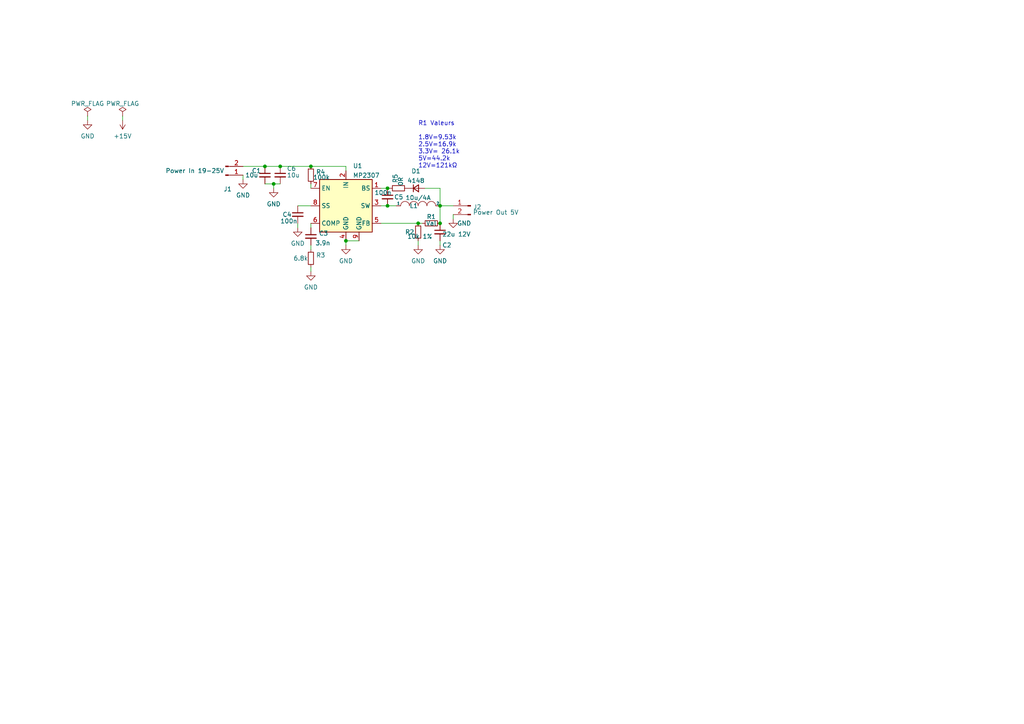
<source format=kicad_sch>
(kicad_sch (version 20230121) (generator eeschema)
  (paper "A4")
  (lib_symbols
    (symbol "Connector:Conn_01x02_Male" (pin_names (offset 1.016) hide)
      (property "Reference" "J" (at 0 2.54 0))
      (property "Value" "Conn_01x02_Male" (at 0 -5.08 0))
      (symbol "Conn_01x02_Male_1_1"
        (polyline (pts (xy 1.27 -2.54) (xy 0.8636 -2.54)) (stroke (width 0.1524)))
        (polyline (pts (xy 1.27 0) (xy 0.8636 0)) (stroke (width 0.1524)))
        (rectangle (start 0.8636 -2.413) (end 0 -2.667) (stroke (width 0.1524)) (fill (type outline)))
        (rectangle (start 0.8636 0.127) (end 0 -0.127) (stroke (width 0.1524)) (fill (type outline)))
        (pin passive line (at 5.08 0 180) (length 3.81) (name "Pin_1") (number "1"))
        (pin passive line (at 5.08 -2.54 180) (length 3.81) (name "Pin_2") (number "2"))
      )
    )
    (symbol "Device:C_Small" (pin_numbers hide) (pin_names (offset 0.254) hide)
      (property "Reference" "C" (at 0.254 1.778 0))
      (property "Value" "C_Small" (at 0.254 -2.032 0))
      (symbol "C_Small_0_1"
        (polyline (pts (xy -1.524 -0.508) (xy 1.524 -0.508)) (stroke (width 0.3302)))
        (polyline (pts (xy -1.524 0.508) (xy 1.524 0.508)) (stroke (width 0.3048)))
      )
      (symbol "C_Small_1_1"
        (pin passive line (at 0 2.54 270) (length 2.032) (name "~") (number "1"))
        (pin passive line (at 0 -2.54 90) (length 2.032) (name "~") (number "2"))
      )
    )
    (symbol "Device:D_Small" (pin_numbers hide) (pin_names (offset 0.254) hide)
      (property "Reference" "D" (at -1.27 2.032 0))
      (property "Value" "D_Small" (at -3.81 -2.032 0))
      (symbol "D_Small_0_1"
        (polyline (pts (xy -0.762 -1.016) (xy -0.762 1.016)) (stroke (width 0.254)))
        (polyline (pts (xy -0.762 0) (xy 0.762 0)))
        (polyline (pts (xy 0.762 -1.016) (xy -0.762 0) (xy 0.762 1.016) (xy 0.762 -1.016)) (stroke (width 0.254)))
      )
      (symbol "D_Small_1_1"
        (pin passive line (at -2.54 0 0) (length 1.778) (name "K") (number "1"))
        (pin passive line (at 2.54 0 180) (length 1.778) (name "A") (number "2"))
      )
    )
    (symbol "Device:R_Small" (pin_numbers hide) (pin_names (offset 0.254) hide)
      (property "Reference" "R" (at 0.762 0.508 0))
      (property "Value" "R_Small" (at 0.762 -1.016 0))
      (symbol "R_Small_0_1"
        (rectangle (start -0.762 1.778) (end 0.762 -1.778) (stroke (width 0.2032)))
      )
      (symbol "R_Small_1_1"
        (pin passive line (at 0 2.54 270) (length 0.762) (name "~") (number "1"))
        (pin passive line (at 0 -2.54 90) (length 0.762) (name "~") (number "2"))
      )
    )
    (symbol "Regulator_Switching:MP2303ADP"
      (property "Reference" "U1" (at 2.0194 11.5865 0))
      (property "Value" "MP2307" (at 2.0194 8.8114 0))
      (symbol "MP2303ADP_0_1"
        (rectangle (start -7.62 7.62) (end 7.62 -7.62) (stroke (width 0.254)) (fill (type background)))
      )
      (symbol "MP2303ADP_1_1"
        (pin passive line (at 10.16 5.08 180) (length 2.54) (name "BS") (number "1"))
        (pin power_in line (at 0 10.16 270) (length 2.54) (name "IN") (number "2"))
        (pin output line (at 10.16 0 180) (length 2.54) (name "SW") (number "3"))
        (pin power_in line (at 0 -10.16 90) (length 2.54) (name "GND") (number "4"))
        (pin input line (at 10.16 -5.08 180) (length 2.54) (name "FB") (number "5"))
        (pin passive line (at -10.16 -5.08 0) (length 2.54) (name "COMP") (number "6"))
        (pin input line (at -10.16 5.08 0) (length 2.54) (name "EN") (number "7"))
        (pin input line (at -10.16 0 0) (length 2.54) (name "SS") (number "8"))
        (pin power_in line (at 3.81 -10.16 90) (length 2.54) (name "GND") (number "9"))
      )
    )
    (symbol "power:+15V" (power) (pin_names (offset 0))
      (property "Value" "+15V" (at 0 3.556 0))
      (symbol "+15V_0_1"
        (polyline (pts (xy -0.762 1.27) (xy 0 2.54)))
        (polyline (pts (xy 0 0) (xy 0 2.54)))
        (polyline (pts (xy 0 2.54) (xy 0.762 1.27)))
      )
      (symbol "+15V_1_1"
        (pin power_in line (at 0 0 90) (length 0) hide (name "+15V") (number "1"))
      )
    )
    (symbol "power:GND" (power) (pin_names (offset 0))
      (property "Value" "GND" (at 0 -3.81 0))
      (symbol "GND_0_1"
        (polyline (pts (xy 0 0) (xy 0 -1.27) (xy 1.27 -1.27) (xy 0 -2.54) (xy -1.27 -1.27) (xy 0 -1.27)))
      )
      (symbol "GND_1_1"
        (pin power_in line (at 0 0 270) (length 0) hide (name "GND") (number "1"))
      )
    )
    (symbol "power:PWR_FLAG" (power) (pin_numbers hide) (pin_names (offset 0) hide)
      (property "Value" "PWR_FLAG" (at 0 3.81 0))
      (symbol "PWR_FLAG_0_0"
        (pin power_out line (at 0 0 90) (length 0) (name "pwr") (number "1"))
      )
      (symbol "PWR_FLAG_0_1"
        (polyline (pts (xy 0 0) (xy 0 1.27) (xy -1.016 1.905) (xy 0 2.54) (xy 1.016 1.905) (xy 0 1.27)))
      )
    )
    (symbol "pspice:INDUCTOR" (pin_numbers hide) (pin_names (offset 0))
      (property "Reference" "L" (at 0 2.54 0))
      (property "Value" "INDUCTOR" (at 0 -1.27 0))
      (symbol "INDUCTOR_0_1"
        (arc (start -2.54 0) (mid -3.81 1.2645) (end -5.08 0))
        (arc (start 0 0) (mid -1.27 1.2645) (end -2.54 0))
        (arc (start 2.54 0) (mid 1.27 1.2645) (end 0 0))
        (arc (start 5.08 0) (mid 3.81 1.2645) (end 2.54 0))
      )
      (symbol "INDUCTOR_1_1"
        (pin input line (at -6.35 0 0) (length 1.27) (name "1") (number "1"))
        (pin input line (at 6.35 0 180) (length 1.27) (name "2") (number "2"))
      )
    )
  )
  (junction (at 76.835 48.26))
  (junction (at 90.17 48.26))
  (junction (at 127.635 64.77))
  (junction (at 112.395 54.61))
  (junction (at 81.28 48.26))
  (junction (at 112.395 59.69))
  (junction (at 79.375 53.34))
  (junction (at 127.635 59.69))
  (junction (at 121.285 64.77))
  (junction (at 100.33 69.85))
  (wire (pts (xy 70.485 50.8) (xy 70.485 52.07)))
  (wire (pts (xy 131.445 62.23) (xy 131.445 63.5)))
  (wire (pts (xy 86.36 64.77) (xy 86.36 66.04)))
  (wire (pts (xy 35.56 33.655) (xy 35.56 34.925)))
  (wire (pts (xy 25.4 33.655) (xy 25.4 34.925)))
  (wire (pts (xy 79.375 53.34) (xy 81.28 53.34)))
  (wire (pts (xy 100.33 48.26) (xy 100.33 49.53)))
  (wire (pts (xy 79.375 53.34) (xy 79.375 54.61)))
  (wire (pts (xy 123.19 54.61) (xy 127.635 54.61)))
  (wire (pts (xy 121.285 69.85) (xy 121.285 71.12)))
  (wire (pts (xy 110.49 64.77) (xy 121.285 64.77)))
  (wire (pts (xy 110.49 54.61) (xy 112.395 54.61)))
  (wire (pts (xy 127.635 59.69) (xy 127.635 64.77)))
  (wire (pts (xy 110.49 59.69) (xy 112.395 59.69)))
  (wire (pts (xy 112.395 59.69) (xy 114.935 59.69)))
  (wire (pts (xy 70.485 48.26) (xy 76.835 48.26)))
  (wire (pts (xy 76.835 48.26) (xy 81.28 48.26)))
  (wire (pts (xy 112.395 54.61) (xy 113.03 54.61)))
  (wire (pts (xy 86.36 59.69) (xy 90.17 59.69)))
  (wire (pts (xy 90.17 53.34) (xy 90.17 54.61)))
  (wire (pts (xy 121.285 64.77) (xy 122.555 64.77)))
  (wire (pts (xy 127.635 69.85) (xy 127.635 71.12)))
  (wire (pts (xy 127.635 59.69) (xy 131.445 59.69)))
  (wire (pts (xy 90.17 77.47) (xy 90.17 78.74)))
  (wire (pts (xy 76.835 53.34) (xy 79.375 53.34)))
  (wire (pts (xy 90.17 71.12) (xy 90.17 72.39)))
  (wire (pts (xy 90.17 64.77) (xy 90.17 66.04)))
  (wire (pts (xy 127.635 54.61) (xy 127.635 59.69)))
  (wire (pts (xy 90.17 48.26) (xy 100.33 48.26)))
  (wire (pts (xy 81.28 48.26) (xy 90.17 48.26)))
  (wire (pts (xy 100.33 69.85) (xy 104.14 69.85)))
  (wire (pts (xy 100.33 69.85) (xy 100.33 71.12)))
  (text "R1 Valeurs\n\n1.8V=9.53k\n2.5V=16.9k\n3.3V= 26.1k\n5V=44.2k\n12V=121kΩ" (at 121.285 48.895 0) (effects (font (size 1.27 1.27)) (justify left bottom)))
  (symbol (lib_id "Device:D_Small") (at 120.65 54.61 0) (unit 1)
    (property "Reference" "D1" (at 120.65 49.6275 0))
    (property "Value" "4148" (at 120.65 52.4026 0))
    (property "Footprint" "Diode_SMD:D_MELF" (effects hide))
  )
  (symbol (lib_id "Device:R_Small") (at 125.095 64.77 90) (unit 1)
    (property "Reference" "R1" (at 125.095 62.865 90))
    (property "Value" "Val" (at 125.095 64.77 90))
    (property "Footprint" "Resistor_SMD:R_0805_2012Metric_Pad1.20x1.40mm_HandSolder" (effects hide))
  )
  (symbol (lib_id "Device:R_Small") (at 90.17 74.93 180) (unit 1)
    (property "Reference" "R3" (at 91.6686 74.0215 0) (effects (justify right)))
    (property "Value" "6.8k" (at 85.09 74.93 0) (effects (justify right)))
    (property "Footprint" "Resistor_SMD:R_0805_2012Metric_Pad1.20x1.40mm_HandSolder" (effects hide))
  )
  (symbol (lib_id "Device:R_Small") (at 121.285 67.31 180) (unit 1)
    (property "Reference" "R2" (at 117.475 67.31 0) (effects (justify right)))
    (property "Value" "10k 1%" (at 118.11 68.58 0) (effects (justify right)))
    (property "Footprint" "Resistor_SMD:R_0805_2012Metric_Pad1.20x1.40mm_HandSolder" (effects hide))
  )
  (symbol (lib_id "power:+15V") (at 35.56 34.925 180) (unit 1)
    (property "Reference" "#PWR02" (effects hide))
    (property "Value" "+15V" (at 35.56 39.4875 0))
  )
  (symbol (lib_id "pspice:INDUCTOR") (at 121.285 59.69 0) (unit 1)
    (property "Reference" "L1" (at 120.015 59.69 0))
    (property "Value" "10u/4A" (at 121.285 57.3556 0))
    (property "Footprint" "Inductor_SMD:L_Bourns_SRR1260" (effects hide))
  )
  (symbol (lib_id "power:PWR_FLAG") (at 35.56 33.655 0) (unit 1)
    (property "Reference" "#FLG02" (effects hide))
    (property "Value" "PWR_FLAG" (at 35.56 30.0505 0))
  )
  (symbol (lib_id "power:GND") (at 121.285 71.12 0) (unit 1)
    (property "Reference" "#PWR08" (effects hide))
    (property "Value" "GND" (at 121.285 75.6825 0))
  )
  (symbol (lib_id "power:GND") (at 25.4 34.925 0) (unit 1)
    (property "Reference" "#PWR01" (effects hide))
    (property "Value" "GND" (at 25.4 39.4875 0))
  )
  (symbol (lib_id "Device:R_Small") (at 115.57 54.61 90) (unit 1)
    (property "Reference" "R5" (at 114.6615 53.1114 0) (effects (justify left)))
    (property "Value" "0R" (at 116.205 53.975 0) (effects (justify left)))
    (property "Footprint" "Resistor_SMD:R_2010_5025Metric_Pad1.40x2.65mm_HandSolder" (effects hide))
  )
  (symbol (lib_id "Connector:Conn_01x02_Male") (at 65.405 50.8 0) (mirror x) (unit 1)
    (property "Reference" "J1" (at 66.04 54.8427 0))
    (property "Value" "Power In 19-25V" (at 56.515 49.53 0))
    (property "Footprint" "Connector_Molex:Molex_KK-254_AE-6410-02A_1x02_P2.54mm_Vertical" (effects hide))
  )
  (symbol (lib_id "Device:C_Small") (at 76.835 50.8 0) (unit 1)
    (property "Reference" "C1" (at 73.025 49.53 0) (effects (justify left)))
    (property "Value" "10u" (at 71.12 50.8 0) (effects (justify left)))
    (property "Footprint" "Capacitor_SMD:C_1206_3216Metric_Pad1.33x1.80mm_HandSolder" (effects hide))
  )
  (symbol (lib_id "power:GND") (at 90.17 78.74 0) (unit 1)
    (property "Reference" "#PWR06" (effects hide))
    (property "Value" "GND" (at 90.17 83.3025 0))
  )
  (symbol (lib_id "Device:C_Small") (at 86.36 62.23 0) (unit 1)
    (property "Reference" "C4" (at 81.915 62.23 0) (effects (justify left)))
    (property "Value" "100n" (at 81.28 64.135 0) (effects (justify left)))
    (property "Footprint" "Capacitor_SMD:C_0805_2012Metric_Pad1.18x1.45mm_HandSolder" (effects hide))
  )
  (symbol (lib_id "power:GND") (at 86.36 66.04 0) (unit 1)
    (property "Reference" "#PWR05" (effects hide))
    (property "Value" "GND" (at 86.36 70.6025 0))
  )
  (symbol (lib_id "power:GND") (at 127.635 71.12 0) (unit 1)
    (property "Reference" "#PWR09" (effects hide))
    (property "Value" "GND" (at 127.635 75.6825 0))
  )
  (symbol (lib_id "Device:C_Small") (at 81.28 50.8 0) (unit 1)
    (property "Reference" "C6" (at 83.185 48.895 0) (effects (justify left)))
    (property "Value" "10u" (at 83.185 50.8 0) (effects (justify left)))
    (property "Footprint" "Capacitor_SMD:C_1206_3216Metric_Pad1.33x1.80mm_HandSolder" (effects hide))
  )
  (symbol (lib_id "Regulator_Switching:MP2303ADP") (at 100.33 59.69 0) (unit 1)
    (property "Reference" "U1" (at 102.3494 48.1035 0) (effects (justify left)))
    (property "Value" "MP2307" (at 102.3494 50.8786 0) (effects (justify left)))
    (property "Footprint" "Package_SO:SOIC-8-1EP_3.9x4.9mm_P1.27mm_EP2.95x4.9mm_Mask2.71x3.4mm_ThermalVias" (effects hide))
    (property "Datasheet" "https://www.monolithicpower.com/pub/media/document/MP2303A_r1.1.pdf" (effects hide))
  )
  (symbol (lib_id "Device:C_Small") (at 90.17 68.58 0) (unit 1)
    (property "Reference" "C3" (at 92.4941 67.6778 0) (effects (justify left)))
    (property "Value" "3.9n" (at 91.44 70.485 0) (effects (justify left)))
    (property "Footprint" "Capacitor_SMD:C_0805_2012Metric_Pad1.18x1.45mm_HandSolder" (effects hide))
  )
  (symbol (lib_id "Device:C_Small") (at 127.635 67.31 0) (unit 1)
    (property "Reference" "C2" (at 128.27 71.12 0) (effects (justify left)))
    (property "Value" "22u 12V" (at 128.27 67.945 0) (effects (justify left)))
    (property "Footprint" "Capacitor_SMD:C_1206_3216Metric_Pad1.33x1.80mm_HandSolder" (effects hide))
  )
  (symbol (lib_id "power:GND") (at 79.375 54.61 0) (unit 1)
    (property "Reference" "#PWR04" (effects hide))
    (property "Value" "GND" (at 79.375 59.1725 0))
  )
  (symbol (lib_id "power:GND") (at 70.485 52.07 0) (unit 1)
    (property "Reference" "#PWR03" (effects hide))
    (property "Value" "GND" (at 70.485 56.6325 0))
  )
  (symbol (lib_id "power:GND") (at 131.445 63.5 0) (unit 1)
    (property "Reference" "#PWR010" (effects hide))
    (property "Value" "GND" (at 134.62 64.77 0))
  )
  (symbol (lib_id "Device:R_Small") (at 90.17 50.8 0) (unit 1)
    (property "Reference" "R4" (at 91.6686 49.8915 0) (effects (justify left)))
    (property "Value" "100k" (at 90.805 51.435 0) (effects (justify left)))
    (property "Footprint" "Resistor_SMD:R_0805_2012Metric_Pad1.20x1.40mm_HandSolder" (effects hide))
  )
  (symbol (lib_id "Device:C_Small") (at 112.395 57.15 0) (unit 1)
    (property "Reference" "C5" (at 114.3 57.15 0) (effects (justify left)))
    (property "Value" "100n" (at 108.585 55.88 0) (effects (justify left)))
    (property "Footprint" "Capacitor_SMD:C_1206_3216Metric_Pad1.33x1.80mm_HandSolder" (effects hide))
  )
  (symbol (lib_id "Connector:Conn_01x02_Male") (at 136.525 59.69 0) (mirror y) (unit 1)
    (property "Reference" "J2" (at 137.2362 60.0515 0) (effects (justify right)))
    (property "Value" "Power Out 5V" (at 137.16 61.595 0) (effects (justify right)))
    (property "Footprint" "Connector_Molex:Molex_KK-254_AE-6410-02A_1x02_P2.54mm_Vertical" (effects hide))
  )
  (symbol (lib_id "power:PWR_FLAG") (at 25.4 33.655 0) (unit 1)
    (property "Reference" "#FLG01" (effects hide))
    (property "Value" "PWR_FLAG" (at 25.4 30.0505 0))
  )
  (symbol (lib_id "power:GND") (at 100.33 71.12 0) (unit 1)
    (property "Reference" "#PWR07" (effects hide))
    (property "Value" "GND" (at 100.33 75.6825 0))
  )
)
</source>
